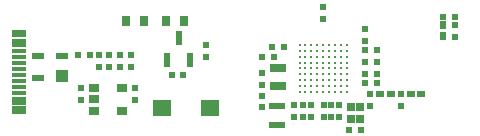
<source format=gtp>
G04*
G04 #@! TF.GenerationSoftware,Altium Limited,Altium Designer,22.8.2 (66)*
G04*
G04 Layer_Color=8421504*
%FSLAX44Y44*%
%MOMM*%
G71*
G04*
G04 #@! TF.SameCoordinates,5B037859-B446-4BB1-8760-713DD72627CB*
G04*
G04*
G04 #@! TF.FilePolarity,Positive*
G04*
G01*
G75*
%ADD14R,1.3000X0.3000*%
%ADD15R,1.0000X0.6000*%
%ADD16R,1.0000X1.0000*%
%ADD17R,1.5300X1.3600*%
%ADD18R,0.7000X0.9000*%
%ADD19R,0.6000X1.2000*%
%ADD20R,0.1000X0.2000*%
%ADD21R,1.4500X0.6000*%
%ADD22R,0.5000X0.6000*%
%ADD23R,0.6000X0.5000*%
%ADD24R,0.6000X0.6000*%
%ADD25R,0.6000X0.7000*%
%ADD26R,0.6000X0.6000*%
%ADD27C,0.2600*%
%ADD28R,0.9000X0.6500*%
%ADD29R,1.4000X0.7000*%
%ADD30R,0.6500X0.7500*%
%ADD31R,0.7000X0.6000*%
G54D14*
X51886Y123154D02*
D03*
Y120154D02*
D03*
Y115154D02*
D03*
Y112154D02*
D03*
X51896Y106655D02*
D03*
X51886Y101653D02*
D03*
Y96655D02*
D03*
Y91653D02*
D03*
Y86655D02*
D03*
Y81653D02*
D03*
X51896Y76657D02*
D03*
X51886Y71653D02*
D03*
X51888Y66154D02*
D03*
Y63154D02*
D03*
X51886Y58154D02*
D03*
Y55154D02*
D03*
G54D15*
X88232Y102972D02*
D03*
X68232D02*
D03*
Y83972D02*
D03*
G54D16*
X88232Y85972D02*
D03*
G54D17*
X213645Y58674D02*
D03*
X172943D02*
D03*
G54D18*
X191396Y132080D02*
D03*
X176396D02*
D03*
X142614Y132588D02*
D03*
X157614D02*
D03*
G54D19*
X186944Y117458D02*
D03*
X196444Y99458D02*
D03*
X177444D02*
D03*
G54D20*
X432100Y135000D02*
D03*
G54D21*
X270004Y44016D02*
D03*
Y60016D02*
D03*
G54D22*
X128363Y93124D02*
D03*
Y103124D02*
D03*
X137337D02*
D03*
Y93124D02*
D03*
X104140Y65438D02*
D03*
Y75438D02*
D03*
X149606D02*
D03*
Y65438D02*
D03*
X375192Y70120D02*
D03*
Y60120D02*
D03*
X420522Y129024D02*
D03*
Y119024D02*
D03*
X291848Y60826D02*
D03*
Y50826D02*
D03*
X344600Y107500D02*
D03*
Y97500D02*
D03*
X354600Y107500D02*
D03*
Y97500D02*
D03*
X284482Y60826D02*
D03*
Y50826D02*
D03*
X257556Y69088D02*
D03*
Y59088D02*
D03*
X309660Y51016D02*
D03*
Y61016D02*
D03*
X316264D02*
D03*
Y51016D02*
D03*
X299246D02*
D03*
Y61016D02*
D03*
X322614Y61016D02*
D03*
Y51016D02*
D03*
X257558Y87750D02*
D03*
Y77750D02*
D03*
X349284Y60120D02*
D03*
Y70120D02*
D03*
G54D23*
X420696Y135708D02*
D03*
X410696D02*
D03*
X354600Y87500D02*
D03*
X344600D02*
D03*
Y80000D02*
D03*
X354600D02*
D03*
X331552Y40078D02*
D03*
X341552D02*
D03*
X267558Y101546D02*
D03*
X257558D02*
D03*
X266274Y109928D02*
D03*
X276274D02*
D03*
G54D24*
X111934Y103124D02*
D03*
X101934D02*
D03*
X190928Y86614D02*
D03*
X180928D02*
D03*
G54D25*
X410616Y128524D02*
D03*
Y119524D02*
D03*
G54D26*
X146812Y93124D02*
D03*
Y103124D02*
D03*
X344680Y125516D02*
D03*
Y115516D02*
D03*
X210058Y111934D02*
D03*
Y101934D02*
D03*
X119888Y93124D02*
D03*
Y103124D02*
D03*
X308864Y144192D02*
D03*
Y134192D02*
D03*
G54D27*
X329320Y112059D02*
D03*
Y107059D02*
D03*
Y102059D02*
D03*
Y97059D02*
D03*
Y92059D02*
D03*
Y87059D02*
D03*
Y82059D02*
D03*
Y77059D02*
D03*
Y72059D02*
D03*
X324320Y112059D02*
D03*
Y107059D02*
D03*
Y102059D02*
D03*
Y97059D02*
D03*
Y92059D02*
D03*
Y87059D02*
D03*
Y82059D02*
D03*
Y77059D02*
D03*
Y72059D02*
D03*
X319320Y112059D02*
D03*
Y107059D02*
D03*
Y102059D02*
D03*
Y97059D02*
D03*
Y92059D02*
D03*
Y87059D02*
D03*
Y82059D02*
D03*
Y77059D02*
D03*
Y72059D02*
D03*
X314320Y112059D02*
D03*
Y107059D02*
D03*
Y102059D02*
D03*
Y97059D02*
D03*
Y92059D02*
D03*
Y87059D02*
D03*
Y82059D02*
D03*
Y77059D02*
D03*
Y72059D02*
D03*
X309320Y112059D02*
D03*
Y107059D02*
D03*
Y102059D02*
D03*
Y97059D02*
D03*
Y92059D02*
D03*
Y87059D02*
D03*
Y82059D02*
D03*
Y77059D02*
D03*
Y72059D02*
D03*
X304320Y112059D02*
D03*
Y107059D02*
D03*
Y102059D02*
D03*
Y97059D02*
D03*
Y92059D02*
D03*
Y87059D02*
D03*
Y82059D02*
D03*
Y77059D02*
D03*
Y72059D02*
D03*
X299320Y112059D02*
D03*
Y107059D02*
D03*
Y102059D02*
D03*
Y97059D02*
D03*
Y92059D02*
D03*
Y87059D02*
D03*
Y82059D02*
D03*
Y77059D02*
D03*
Y72059D02*
D03*
X294320Y112059D02*
D03*
Y107059D02*
D03*
Y102059D02*
D03*
Y97059D02*
D03*
Y92059D02*
D03*
Y87059D02*
D03*
Y82059D02*
D03*
Y77059D02*
D03*
Y72059D02*
D03*
X289320Y112059D02*
D03*
Y107059D02*
D03*
Y102059D02*
D03*
Y97059D02*
D03*
Y92059D02*
D03*
Y87059D02*
D03*
Y82059D02*
D03*
Y77059D02*
D03*
Y72059D02*
D03*
G54D28*
X115000Y75286D02*
D03*
Y65786D02*
D03*
Y56286D02*
D03*
X139000D02*
D03*
Y75286D02*
D03*
G54D29*
X271306Y77432D02*
D03*
Y92432D02*
D03*
G54D30*
X340302Y49052D02*
D03*
Y59552D02*
D03*
X332802D02*
D03*
Y49052D02*
D03*
G54D31*
X357738Y70454D02*
D03*
X366738D02*
D03*
X383552Y70535D02*
D03*
X392552D02*
D03*
M02*

</source>
